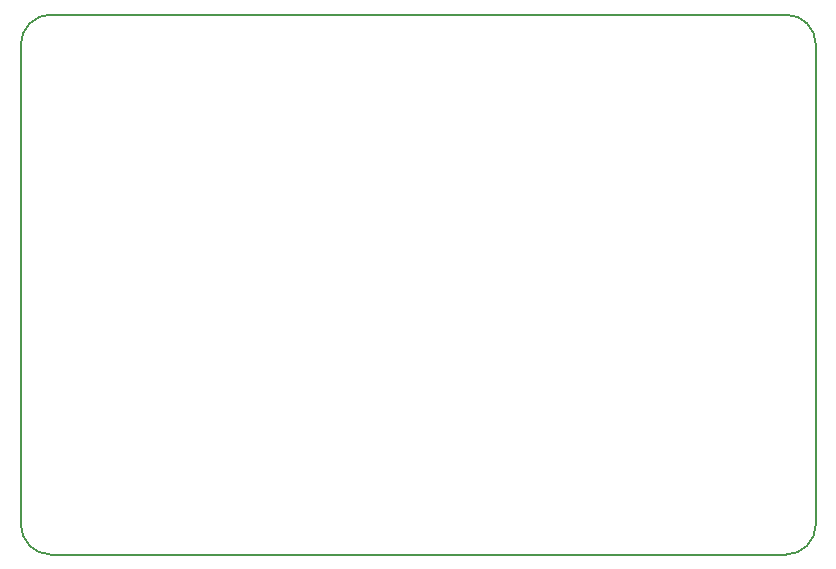
<source format=gm1>
G04 #@! TF.FileFunction,Profile,NP*
%FSLAX46Y46*%
G04 Gerber Fmt 4.6, Leading zero omitted, Abs format (unit mm)*
G04 Created by KiCad (PCBNEW 4.0.7) date Monday, September 03, 2018 'PMt' 09:42:47 PM*
%MOMM*%
%LPD*%
G01*
G04 APERTURE LIST*
%ADD10C,0.100000*%
%ADD11C,0.150000*%
G04 APERTURE END LIST*
D10*
D11*
X183515000Y-83820000D02*
X121285000Y-83820000D01*
X186055000Y-127000000D02*
X186055000Y-86360000D01*
X121285000Y-129540000D02*
X183515000Y-129540000D01*
X118745000Y-86360000D02*
X118745000Y-127000000D01*
X183515000Y-129540000D02*
G75*
G03X186055000Y-127000000I0J2540000D01*
G01*
X186055000Y-86360000D02*
G75*
G03X183515000Y-83820000I-2540000J0D01*
G01*
X118745000Y-127000000D02*
G75*
G03X121285000Y-129540000I2540000J0D01*
G01*
X121285000Y-83820000D02*
G75*
G03X118745000Y-86360000I0J-2540000D01*
G01*
M02*

</source>
